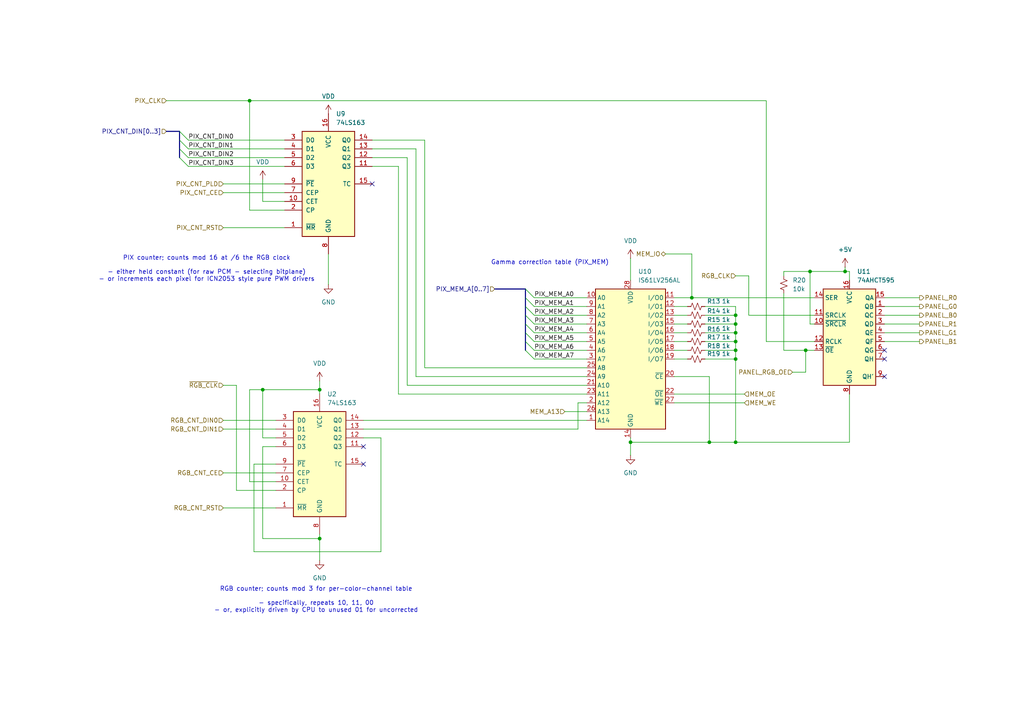
<source format=kicad_sch>
(kicad_sch (version 20231120) (generator "eeschema") (generator_version "8.0")
  (paper "A4")
  (lib_symbols
    (symbol "74xx:74AHCT595"
      (property "Reference" "U" (at -7.62 13.97 0))
      (property "Value" "74AHCT595" (at -7.62 -16.51 0))
      (symbol "74AHCT595_1_0"
        (pin tri_state line (at 10.16 7.62 180) (length 2.54) (name "QB") (number "1"))
        (pin input line (at -10.16 2.54 0) (length 2.54) (name "~{SRCLR}") (number "10"))
        (pin input line (at -10.16 5.08 0) (length 2.54) (name "SRCLK") (number "11"))
        (pin input line (at -10.16 -2.54 0) (length 2.54) (name "RCLK") (number "12"))
        (pin input line (at -10.16 -5.08 0) (length 2.54) (name "~{OE}") (number "13"))
        (pin input line (at -10.16 10.16 0) (length 2.54) (name "SER") (number "14"))
        (pin tri_state line (at 10.16 10.16 180) (length 2.54) (name "QA") (number "15"))
        (pin power_in line (at 0 15.24 270) (length 2.54) (name "VCC") (number "16"))
        (pin tri_state line (at 10.16 5.08 180) (length 2.54) (name "QC") (number "2"))
        (pin tri_state line (at 10.16 2.54 180) (length 2.54) (name "QD") (number "3"))
        (pin tri_state line (at 10.16 0 180) (length 2.54) (name "QE") (number "4"))
        (pin tri_state line (at 10.16 -2.54 180) (length 2.54) (name "QF") (number "5"))
        (pin tri_state line (at 10.16 -5.08 180) (length 2.54) (name "QG") (number "6"))
        (pin tri_state line (at 10.16 -7.62 180) (length 2.54) (name "QH") (number "7"))
        (pin power_in line (at 0 -17.78 90) (length 2.54) (name "GND") (number "8"))
        (pin output line (at 10.16 -12.7 180) (length 2.54) (name "QH'") (number "9"))
      )
      (symbol "74AHCT595_1_1"
        (rectangle (start -7.62 12.7) (end 7.62 -15.24) (stroke (width 0.254)) (fill (type background)))
      )
    )
    (symbol "74xx:74LS163" (pin_names (offset 1.016))
      (property "Reference" "U" (at -7.62 16.51 0))
      (property "Value" "74LS163" (at -7.62 -16.51 0))
      (symbol "74LS163_1_0"
        (pin input line (at -12.7 -12.7 0) (length 5.08) (name "~{MR}") (number "1"))
        (pin input line (at -12.7 -5.08 0) (length 5.08) (name "CET") (number "10"))
        (pin output line (at 12.7 5.08 180) (length 5.08) (name "Q3") (number "11"))
        (pin output line (at 12.7 7.62 180) (length 5.08) (name "Q2") (number "12"))
        (pin output line (at 12.7 10.16 180) (length 5.08) (name "Q1") (number "13"))
        (pin output line (at 12.7 12.7 180) (length 5.08) (name "Q0") (number "14"))
        (pin output line (at 12.7 0 180) (length 5.08) (name "TC") (number "15"))
        (pin power_in line (at 0 20.32 270) (length 5.08) (name "VCC") (number "16"))
        (pin input line (at -12.7 -7.62 0) (length 5.08) (name "CP") (number "2"))
        (pin input line (at -12.7 12.7 0) (length 5.08) (name "D0") (number "3"))
        (pin input line (at -12.7 10.16 0) (length 5.08) (name "D1") (number "4"))
        (pin input line (at -12.7 7.62 0) (length 5.08) (name "D2") (number "5"))
        (pin input line (at -12.7 5.08 0) (length 5.08) (name "D3") (number "6"))
        (pin input line (at -12.7 -2.54 0) (length 5.08) (name "CEP") (number "7"))
        (pin power_in line (at 0 -20.32 90) (length 5.08) (name "GND") (number "8"))
        (pin input line (at -12.7 0 0) (length 5.08) (name "~{PE}") (number "9"))
      )
      (symbol "74LS163_1_1"
        (rectangle (start -7.62 15.24) (end 7.62 -15.24) (stroke (width 0.254)) (fill (type background)))
      )
    )
    (symbol "Device:R_Small_US" (pin_numbers hide) (pin_names (offset 0.254) hide)
      (property "Reference" "R" (at 0.762 0.508 0))
      (property "Value" "R_Small_US" (at 0.762 -1.016 0))
      (symbol "R_Small_US_1_1"
        (polyline (pts (xy 0 0) (xy 1.016 -0.381) (xy 0 -0.762) (xy -1.016 -1.143) (xy 0 -1.524)))
        (polyline (pts (xy 0 1.524) (xy 1.016 1.143) (xy 0 0.762) (xy -1.016 0.381) (xy 0 0)))
        (pin passive line (at 0 2.54 270) (length 1.016) (name "~") (number "1"))
        (pin passive line (at 0 -2.54 90) (length 1.016) (name "~") (number "2"))
      )
    )
    (symbol "Memory_RAM:IS62C256AL"
      (property "Reference" "U" (at -9.144 21.844 0))
      (property "Value" "IS62C256AL" (at 8.128 21.844 0))
      (symbol "IS62C256AL_0_0"
        (pin power_in line (at 0 -22.86 90) (length 2.54) (name "GND") (number "14"))
      )
      (symbol "IS62C256AL_0_1"
        (rectangle (start -10.16 20.32) (end 10.16 -20.32) (stroke (width 0.254)) (fill (type background)))
      )
      (symbol "IS62C256AL_1_0"
        (pin power_in line (at 0 22.86 270) (length 2.54) (name "VDD") (number "28"))
      )
      (symbol "IS62C256AL_1_1"
        (pin input line (at -12.7 -17.78 0) (length 2.54) (name "A14") (number "1"))
        (pin input line (at -12.7 17.78 0) (length 2.54) (name "A0") (number "10"))
        (pin tri_state line (at 12.7 17.78 180) (length 2.54) (name "I/O0") (number "11"))
        (pin tri_state line (at 12.7 15.24 180) (length 2.54) (name "I/O1") (number "12"))
        (pin tri_state line (at 12.7 12.7 180) (length 2.54) (name "I/O2") (number "13"))
        (pin tri_state line (at 12.7 10.16 180) (length 2.54) (name "I/O3") (number "15"))
        (pin tri_state line (at 12.7 7.62 180) (length 2.54) (name "I/O4") (number "16"))
        (pin tri_state line (at 12.7 5.08 180) (length 2.54) (name "I/O5") (number "17"))
        (pin tri_state line (at 12.7 2.54 180) (length 2.54) (name "I/O6") (number "18"))
        (pin tri_state line (at 12.7 0 180) (length 2.54) (name "I/O7") (number "19"))
        (pin input line (at -12.7 -12.7 0) (length 2.54) (name "A12") (number "2"))
        (pin input line (at 12.7 -5.08 180) (length 2.54) (name "~{CE}") (number "20"))
        (pin input line (at -12.7 -7.62 0) (length 2.54) (name "A10") (number "21"))
        (pin input line (at 12.7 -10.16 180) (length 2.54) (name "~{OE}") (number "22"))
        (pin input line (at -12.7 -10.16 0) (length 2.54) (name "A11") (number "23"))
        (pin input line (at -12.7 -5.08 0) (length 2.54) (name "A9") (number "24"))
        (pin input line (at -12.7 -2.54 0) (length 2.54) (name "A8") (number "25"))
        (pin input line (at -12.7 -15.24 0) (length 2.54) (name "A13") (number "26"))
        (pin input line (at 12.7 -12.7 180) (length 2.54) (name "~{WE}") (number "27"))
        (pin input line (at -12.7 0 0) (length 2.54) (name "A7") (number "3"))
        (pin input line (at -12.7 2.54 0) (length 2.54) (name "A6") (number "4"))
        (pin input line (at -12.7 5.08 0) (length 2.54) (name "A5") (number "5"))
        (pin input line (at -12.7 7.62 0) (length 2.54) (name "A4") (number "6"))
        (pin input line (at -12.7 10.16 0) (length 2.54) (name "A3") (number "7"))
        (pin input line (at -12.7 12.7 0) (length 2.54) (name "A2") (number "8"))
        (pin input line (at -12.7 15.24 0) (length 2.54) (name "A1") (number "9"))
      )
    )
    (symbol "power:+5V" (power) (pin_numbers hide) (pin_names (offset 0) hide)
      (property "Value" "+5V" (at 0 3.556 0))
      (symbol "+5V_0_1"
        (polyline (pts (xy -0.762 1.27) (xy 0 2.54)))
        (polyline (pts (xy 0 0) (xy 0 2.54)))
        (polyline (pts (xy 0 2.54) (xy 0.762 1.27)))
      )
      (symbol "+5V_1_1"
        (pin power_in line (at 0 0 90) (length 0) (name "~") (number "1"))
      )
    )
    (symbol "power:GND" (power) (pin_numbers hide) (pin_names (offset 0) hide)
      (property "Value" "GND" (at 0 -3.81 0))
      (symbol "GND_0_1"
        (polyline (pts (xy 0 0) (xy 0 -1.27) (xy 1.27 -1.27) (xy 0 -2.54) (xy -1.27 -1.27) (xy 0 -1.27)))
      )
      (symbol "GND_1_1"
        (pin power_in line (at 0 0 270) (length 0) (name "~") (number "1"))
      )
    )
    (symbol "power:VDD" (power) (pin_numbers hide) (pin_names (offset 0) hide)
      (property "Value" "VDD" (at 0 3.556 0))
      (symbol "VDD_0_1"
        (polyline (pts (xy -0.762 1.27) (xy 0 2.54)))
        (polyline (pts (xy 0 0) (xy 0 2.54)))
        (polyline (pts (xy 0 2.54) (xy 0.762 1.27)))
      )
      (symbol "VDD_1_1"
        (pin power_in line (at 0 0 90) (length 0) (name "~") (number "1"))
      )
    )
  )
  (junction (at 200.66 86.36))
  (junction (at 213.36 104.14))
  (junction (at 213.36 101.6))
  (junction (at 92.71 113.03))
  (junction (at 205.74 128.27))
  (junction (at 92.71 156.21))
  (junction (at 233.68 101.6))
  (junction (at 182.88 128.27))
  (junction (at 76.2 113.03))
  (junction (at 213.36 93.98))
  (junction (at 213.36 96.52))
  (junction (at 245.11 78.74))
  (junction (at 72.39 29.21))
  (junction (at 213.36 91.44))
  (junction (at 234.95 78.74))
  (junction (at 213.36 99.06))
  (junction (at 213.36 128.27))
  (no_connect (at 107.95 53.34))
  (no_connect (at 256.54 104.14))
  (no_connect (at 105.41 134.62))
  (no_connect (at 256.54 109.22))
  (no_connect (at 105.41 129.54))
  (no_connect (at 256.54 101.6))
  (bus_entry (at 52.07 40.64) (size 2.54 2.54))
  (bus_entry (at 52.07 45.72) (size 2.54 2.54))
  (bus_entry (at 152.4 91.44) (size 2.54 2.54))
  (bus_entry (at 152.4 88.9) (size 2.54 2.54))
  (bus_entry (at 152.4 96.52) (size 2.54 2.54))
  (bus_entry (at 152.4 93.98) (size 2.54 2.54))
  (bus_entry (at 152.4 101.6) (size 2.54 2.54))
  (bus_entry (at 52.07 38.1) (size 2.54 2.54))
  (bus_entry (at 152.4 86.36) (size 2.54 2.54))
  (bus_entry (at 52.07 43.18) (size 2.54 2.54))
  (bus_entry (at 152.4 83.82) (size 2.54 2.54))
  (bus_entry (at 152.4 99.06) (size 2.54 2.54))
  (wire (pts (xy 236.22 93.98) (xy 234.95 93.98)))
  (wire (pts (xy 154.94 99.06) (xy 170.18 99.06)))
  (wire (pts (xy 105.41 124.46) (xy 167.64 124.46)))
  (wire (pts (xy 229.87 107.95) (xy 233.68 107.95)))
  (bus (pts (xy 152.4 86.36) (xy 152.4 88.9)))
  (wire (pts (xy 182.88 127) (xy 182.88 128.27)))
  (wire (pts (xy 107.95 40.64) (xy 123.19 40.64)))
  (wire (pts (xy 227.33 78.74) (xy 227.33 80.01)))
  (wire (pts (xy 213.36 104.14) (xy 213.36 128.27)))
  (wire (pts (xy 246.38 78.74) (xy 245.11 78.74)))
  (wire (pts (xy 246.38 78.74) (xy 246.38 81.28)))
  (wire (pts (xy 64.77 111.76) (xy 68.58 111.76)))
  (wire (pts (xy 92.71 113.03) (xy 76.2 113.03)))
  (wire (pts (xy 120.65 43.18) (xy 107.95 43.18)))
  (wire (pts (xy 204.47 101.6) (xy 213.36 101.6)))
  (wire (pts (xy 195.58 99.06) (xy 199.39 99.06)))
  (wire (pts (xy 213.36 91.44) (xy 213.36 93.98)))
  (wire (pts (xy 92.71 110.49) (xy 92.71 113.03)))
  (wire (pts (xy 222.25 29.21) (xy 222.25 99.06)))
  (wire (pts (xy 95.25 73.66) (xy 95.25 82.55)))
  (bus (pts (xy 152.4 96.52) (xy 152.4 99.06)))
  (wire (pts (xy 80.01 139.7) (xy 72.39 139.7)))
  (wire (pts (xy 72.39 113.03) (xy 76.2 113.03)))
  (wire (pts (xy 107.95 45.72) (xy 118.11 45.72)))
  (bus (pts (xy 152.4 99.06) (xy 152.4 101.6)))
  (wire (pts (xy 195.58 116.84) (xy 215.9 116.84)))
  (wire (pts (xy 213.36 128.27) (xy 205.74 128.27)))
  (wire (pts (xy 54.61 48.26) (xy 82.55 48.26)))
  (wire (pts (xy 123.19 106.68) (xy 170.18 106.68)))
  (wire (pts (xy 64.77 55.88) (xy 82.55 55.88)))
  (wire (pts (xy 54.61 43.18) (xy 82.55 43.18)))
  (wire (pts (xy 54.61 40.64) (xy 82.55 40.64)))
  (wire (pts (xy 76.2 58.42) (xy 82.55 58.42)))
  (wire (pts (xy 213.36 88.9) (xy 213.36 91.44)))
  (wire (pts (xy 154.94 86.36) (xy 170.18 86.36)))
  (bus (pts (xy 152.4 88.9) (xy 152.4 91.44)))
  (wire (pts (xy 76.2 129.54) (xy 76.2 156.21)))
  (wire (pts (xy 204.47 88.9) (xy 213.36 88.9)))
  (wire (pts (xy 167.64 124.46) (xy 167.64 116.84)))
  (wire (pts (xy 115.57 114.3) (xy 115.57 48.26)))
  (wire (pts (xy 256.54 91.44) (xy 266.7 91.44)))
  (wire (pts (xy 154.94 104.14) (xy 170.18 104.14)))
  (wire (pts (xy 233.68 101.6) (xy 227.33 101.6)))
  (wire (pts (xy 204.47 93.98) (xy 213.36 93.98)))
  (wire (pts (xy 205.74 128.27) (xy 205.74 109.22)))
  (wire (pts (xy 92.71 156.21) (xy 92.71 154.94)))
  (wire (pts (xy 76.2 113.03) (xy 76.2 127)))
  (wire (pts (xy 195.58 93.98) (xy 199.39 93.98)))
  (wire (pts (xy 222.25 99.06) (xy 236.22 99.06)))
  (wire (pts (xy 154.94 91.44) (xy 170.18 91.44)))
  (wire (pts (xy 246.38 128.27) (xy 246.38 114.3)))
  (wire (pts (xy 195.58 114.3) (xy 215.9 114.3)))
  (wire (pts (xy 154.94 101.6) (xy 170.18 101.6)))
  (wire (pts (xy 154.94 96.52) (xy 170.18 96.52)))
  (wire (pts (xy 205.74 128.27) (xy 182.88 128.27)))
  (wire (pts (xy 213.36 128.27) (xy 246.38 128.27)))
  (wire (pts (xy 76.2 127) (xy 80.01 127)))
  (bus (pts (xy 52.07 38.1) (xy 52.07 40.64)))
  (wire (pts (xy 76.2 156.21) (xy 92.71 156.21)))
  (wire (pts (xy 120.65 109.22) (xy 120.65 43.18)))
  (wire (pts (xy 213.36 80.01) (xy 217.17 80.01)))
  (wire (pts (xy 200.66 86.36) (xy 236.22 86.36)))
  (wire (pts (xy 256.54 88.9) (xy 266.7 88.9)))
  (wire (pts (xy 256.54 86.36) (xy 266.7 86.36)))
  (bus (pts (xy 52.07 40.64) (xy 52.07 43.18)))
  (wire (pts (xy 233.68 107.95) (xy 233.68 101.6)))
  (bus (pts (xy 52.07 43.18) (xy 52.07 45.72)))
  (wire (pts (xy 123.19 40.64) (xy 123.19 106.68)))
  (wire (pts (xy 227.33 78.74) (xy 234.95 78.74)))
  (wire (pts (xy 256.54 96.52) (xy 266.7 96.52)))
  (wire (pts (xy 64.77 53.34) (xy 82.55 53.34)))
  (wire (pts (xy 72.39 60.96) (xy 82.55 60.96)))
  (wire (pts (xy 68.58 111.76) (xy 68.58 142.24)))
  (wire (pts (xy 204.47 99.06) (xy 213.36 99.06)))
  (wire (pts (xy 213.36 96.52) (xy 213.36 99.06)))
  (wire (pts (xy 200.66 73.66) (xy 200.66 86.36)))
  (wire (pts (xy 76.2 129.54) (xy 80.01 129.54)))
  (wire (pts (xy 204.47 104.14) (xy 213.36 104.14)))
  (wire (pts (xy 213.36 93.98) (xy 213.36 96.52)))
  (wire (pts (xy 217.17 91.44) (xy 236.22 91.44)))
  (wire (pts (xy 204.47 96.52) (xy 213.36 96.52)))
  (wire (pts (xy 154.94 88.9) (xy 170.18 88.9)))
  (wire (pts (xy 195.58 86.36) (xy 200.66 86.36)))
  (wire (pts (xy 115.57 48.26) (xy 107.95 48.26)))
  (wire (pts (xy 195.58 91.44) (xy 199.39 91.44)))
  (wire (pts (xy 73.66 160.02) (xy 73.66 134.62)))
  (wire (pts (xy 105.41 121.92) (xy 170.18 121.92)))
  (wire (pts (xy 72.39 29.21) (xy 222.25 29.21)))
  (wire (pts (xy 163.83 119.38) (xy 170.18 119.38)))
  (wire (pts (xy 54.61 45.72) (xy 82.55 45.72)))
  (wire (pts (xy 195.58 88.9) (xy 199.39 88.9)))
  (wire (pts (xy 72.39 29.21) (xy 72.39 60.96)))
  (wire (pts (xy 195.58 101.6) (xy 199.39 101.6)))
  (bus (pts (xy 152.4 91.44) (xy 152.4 93.98)))
  (wire (pts (xy 92.71 113.03) (xy 92.71 114.3)))
  (wire (pts (xy 182.88 128.27) (xy 182.88 132.08)))
  (wire (pts (xy 227.33 85.09) (xy 227.33 101.6)))
  (wire (pts (xy 213.36 99.06) (xy 213.36 101.6)))
  (wire (pts (xy 213.36 101.6) (xy 213.36 104.14)))
  (wire (pts (xy 64.77 147.32) (xy 80.01 147.32)))
  (wire (pts (xy 76.2 52.07) (xy 76.2 58.42)))
  (wire (pts (xy 217.17 80.01) (xy 217.17 91.44)))
  (wire (pts (xy 204.47 91.44) (xy 213.36 91.44)))
  (wire (pts (xy 118.11 45.72) (xy 118.11 111.76)))
  (wire (pts (xy 256.54 99.06) (xy 266.7 99.06)))
  (wire (pts (xy 170.18 114.3) (xy 115.57 114.3)))
  (wire (pts (xy 105.41 127) (xy 110.49 127)))
  (wire (pts (xy 110.49 127) (xy 110.49 160.02)))
  (bus (pts (xy 152.4 93.98) (xy 152.4 96.52)))
  (wire (pts (xy 48.26 29.21) (xy 72.39 29.21)))
  (wire (pts (xy 68.58 142.24) (xy 80.01 142.24)))
  (wire (pts (xy 64.77 121.92) (xy 80.01 121.92)))
  (wire (pts (xy 182.88 74.93) (xy 182.88 81.28)))
  (wire (pts (xy 256.54 93.98) (xy 266.7 93.98)))
  (bus (pts (xy 152.4 83.82) (xy 152.4 86.36)))
  (bus (pts (xy 48.26 38.1) (xy 52.07 38.1)))
  (wire (pts (xy 118.11 111.76) (xy 170.18 111.76)))
  (wire (pts (xy 245.11 77.47) (xy 245.11 78.74)))
  (wire (pts (xy 73.66 134.62) (xy 80.01 134.62)))
  (bus (pts (xy 143.51 83.82) (xy 152.4 83.82)))
  (wire (pts (xy 64.77 124.46) (xy 80.01 124.46)))
  (wire (pts (xy 64.77 137.16) (xy 80.01 137.16)))
  (wire (pts (xy 72.39 139.7) (xy 72.39 113.03)))
  (wire (pts (xy 234.95 78.74) (xy 245.11 78.74)))
  (wire (pts (xy 73.66 160.02) (xy 110.49 160.02)))
  (wire (pts (xy 234.95 78.74) (xy 234.95 93.98)))
  (wire (pts (xy 233.68 101.6) (xy 236.22 101.6)))
  (wire (pts (xy 167.64 116.84) (xy 170.18 116.84)))
  (wire (pts (xy 170.18 109.22) (xy 120.65 109.22)))
  (wire (pts (xy 92.71 156.21) (xy 92.71 162.56)))
  (wire (pts (xy 64.77 66.04) (xy 82.55 66.04)))
  (wire (pts (xy 205.74 109.22) (xy 195.58 109.22)))
  (wire (pts (xy 193.04 73.66) (xy 200.66 73.66)))
  (wire (pts (xy 195.58 104.14) (xy 199.39 104.14)))
  (wire (pts (xy 154.94 93.98) (xy 170.18 93.98)))
  (wire (pts (xy 195.58 96.52) (xy 199.39 96.52)))
  (text "PIX counter; counts mod 16 at /6 the RGB clock\n\n- either held constant (for raw PCM - selecting bitplane)\n- or increments each pixel for ICN2053 style pure PWM drivers" (at 59.944 77.978 0) (effects (font (size 1.27 1.27))))
  (text "Gamma correction table (PIX_MEM)" (at 159.512 76.2 0) (effects (font (size 1.27 1.27))))
  (text "RGB counter; counts mod 3 for per-color-channel table\n\n- specifically, repeats 10, 11, 00\n- or, explicitly driven by CPU to unused 01 for uncorrected" (at 91.694 173.99 0) (effects (font (size 1.27 1.27))))
  (label "PIX_MEM_A3" (at 154.94 93.98 0))
  (label "PIX_MEM_A4" (at 154.94 96.52 0))
  (label "PIX_MEM_A5" (at 154.94 99.06 0))
  (label "PIX_CNT_DIN2" (at 54.61 45.72 0))
  (label "PIX_CNT_DIN1" (at 54.61 43.18 0))
  (label "PIX_MEM_A6" (at 154.94 101.6 0))
  (label "PIX_MEM_A1" (at 154.94 88.9 0))
  (label "PIX_MEM_A2" (at 154.94 91.44 0))
  (label "PIX_CNT_DIN3" (at 54.61 48.26 0))
  (label "PIX_MEM_A0" (at 154.94 86.36 0))
  (label "PIX_CNT_DIN0" (at 54.61 40.64 0))
  (label "PIX_MEM_A7" (at 154.94 104.14 0))
  (hierarchical_label "PANEL_B1" (shape output) (at 266.7 99.06 0))
  (hierarchical_label "PANEL_G0" (shape output) (at 266.7 88.9 0))
  (hierarchical_label "PIX_CNT_PLD" (shape input) (at 64.77 53.34 180))
  (hierarchical_label "RGB_CNT_DIN0" (shape input) (at 64.77 121.92 180))
  (hierarchical_label "PIX_CNT_CE" (shape input) (at 64.77 55.88 180))
  (hierarchical_label "MEM_A13" (shape input) (at 163.83 119.38 180))
  (hierarchical_label "PANEL_R0" (shape output) (at 266.7 86.36 0))
  (hierarchical_label "RGB_CNT_DIN1" (shape input) (at 64.77 124.46 180))
  (hierarchical_label "PANEL_G1" (shape output) (at 266.7 96.52 0))
  (hierarchical_label "RGB_CNT_CE" (shape input) (at 64.77 137.16 180))
  (hierarchical_label "MEM_IO" (shape bidirectional) (at 193.04 73.66 180))
  (hierarchical_label "RGB_CLK" (shape input) (at 213.36 80.01 180))
  (hierarchical_label "RGB_CNT_RST" (shape input) (at 64.77 147.32 180))
  (hierarchical_label "~{RGB_CLK}" (shape input) (at 64.77 111.76 180))
  (hierarchical_label "PIX_CLK" (shape input) (at 48.26 29.21 180))
  (hierarchical_label "MEM_WE" (shape input) (at 215.9 116.84 0))
  (hierarchical_label "PANEL_RGB_OE" (shape input) (at 229.87 107.95 180))
  (hierarchical_label "PIX_CNT_DIN[0..3]" (shape input) (at 48.26 38.1 180))
  (hierarchical_label "PANEL_R1" (shape output) (at 266.7 93.98 0))
  (hierarchical_label "PIX_MEM_A[0..7]" (shape input) (at 143.51 83.82 180))
  (hierarchical_label "PANEL_B0" (shape output) (at 266.7 91.44 0))
  (hierarchical_label "PIX_CNT_RST" (shape input) (at 64.77 66.04 180))
  (hierarchical_label "MEM_OE" (shape input) (at 215.9 114.3 0))
  (symbol (lib_id "Memory_RAM:IS62C256AL") (at 182.88 104.14 0) (unit 1)
    (property "Reference" "U10" (at 185.0741 78.74 0) (effects (justify left)))
    (property "Value" "IS61LV256AL" (at 185.0741 81.28 0) (effects (justify left)))
    (property "Footprint" "Package_SO:SOP-28_8.4x18.16mm_P1.27mm" (effects (hide yes)))
    (property "Datasheet" "https://www.issi.com/WW/pdf/62-65C256AL.pdf" (effects (hide yes)))
    (property "Description" "32Kx8 bit Low Power CMOS Static RAM, 25/45ns" (effects (hide yes)))
  )
  (symbol (lib_id "74xx:74LS163") (at 92.71 134.62 0) (unit 1)
    (property "Reference" "U2" (at 94.9041 114.3 0) (effects (justify left)))
    (property "Value" "74LS163" (at 94.9041 116.84 0) (effects (justify left)))
    (property "Datasheet" "http://www.ti.com/lit/gpn/sn74LS163" (effects (hide yes)))
    (property "Description" "Synchronous 4-bit programmable binary Counter" (effects (hide yes)))
  )
  (symbol (lib_id "Device:R_Small_US") (at 201.93 101.6 90) (unit 1)
    (property "Reference" "R18" (at 207.01 100.33 90))
    (property "Value" "1k" (at 210.566 100.33 90))
    (property "Description" "Resistor, small US symbol" (effects (hide yes)))
  )
  (symbol (lib_id "Device:R_Small_US") (at 201.93 93.98 90) (unit 1)
    (property "Reference" "R15" (at 207.01 92.71 90))
    (property "Value" "1k" (at 210.566 92.71 90))
    (property "Description" "Resistor, small US symbol" (effects (hide yes)))
  )
  (symbol (lib_id "Device:R_Small_US") (at 201.93 104.14 90) (unit 1)
    (property "Reference" "R19" (at 207.01 102.616 90))
    (property "Value" "1k" (at 210.566 102.616 90))
    (property "Description" "Resistor, small US symbol" (effects (hide yes)))
  )
  (symbol (lib_id "74xx:74LS163") (at 95.25 53.34 0) (unit 1)
    (property "Reference" "U9" (at 97.4441 33.02 0) (effects (justify left)))
    (property "Value" "74LS163" (at 97.4441 35.56 0) (effects (justify left)))
    (property "Datasheet" "http://www.ti.com/lit/gpn/sn74LS163" (effects (hide yes)))
    (property "Description" "Synchronous 4-bit programmable binary Counter" (effects (hide yes)))
  )
  (symbol (lib_id "74xx:74AHCT595") (at 246.38 96.52 0) (unit 1)
    (property "Reference" "U11" (at 248.5741 78.74 0) (effects (justify left)))
    (property "Value" "74AHCT595" (at 248.5741 81.28 0) (effects (justify left)))
    (property "Datasheet" "https://assets.nexperia.com/documents/data-sheet/74AHC_AHCT595.pdf" (effects (hide yes)))
    (property "Description" "8-bit serial in/out Shift Register 3-State Outputs" (effects (hide yes)))
  )
  (symbol (lib_id "power:VDD") (at 92.71 110.49 0) (unit 1)
    (property "Reference" "#PWR18" (effects (hide yes)))
    (property "Value" "VDD" (at 92.71 105.41 0))
    (property "Description" "Power symbol creates a global label with name \"VDD\"" (effects (hide yes)))
  )
  (symbol (lib_id "power:VDD") (at 76.2 52.07 0) (unit 1)
    (property "Reference" "#PWR2" (effects (hide yes)))
    (property "Value" "VDD" (at 76.2 46.99 0))
    (property "Description" "Power symbol creates a global label with name \"VDD\"" (effects (hide yes)))
  )
  (symbol (lib_id "power:+5V") (at 245.11 77.47 0) (unit 1)
    (property "Reference" "#PWR27" (effects (hide yes)))
    (property "Value" "+5V" (at 245.11 72.39 0))
    (property "Description" "Power symbol creates a global label with name \"+5V\"" (effects (hide yes)))
  )
  (symbol (lib_id "Device:R_Small_US") (at 201.93 99.06 90) (unit 1)
    (property "Reference" "R17" (at 207.01 97.79 90))
    (property "Value" "1k" (at 210.566 97.79 90))
    (property "Description" "Resistor, small US symbol" (effects (hide yes)))
  )
  (symbol (lib_id "Device:R_Small_US") (at 201.93 91.44 90) (unit 1)
    (property "Reference" "R14" (at 207.01 90.17 90))
    (property "Value" "1k" (at 210.566 90.17 90))
    (property "Description" "Resistor, small US symbol" (effects (hide yes)))
  )
  (symbol (lib_id "power:GND") (at 92.71 162.56 0) (unit 1)
    (property "Reference" "#PWR19" (effects (hide yes)))
    (property "Value" "GND" (at 92.71 167.64 0))
    (property "Description" "Power symbol creates a global label with name \"GND\" , ground" (effects (hide yes)))
  )
  (symbol (lib_id "Device:R_Small_US") (at 201.93 96.52 90) (unit 1)
    (property "Reference" "R16" (at 207.01 95.504 90))
    (property "Value" "1k" (at 210.566 95.25 90))
    (property "Description" "Resistor, small US symbol" (effects (hide yes)))
  )
  (symbol (lib_id "power:GND") (at 95.25 82.55 0) (unit 1)
    (property "Reference" "#PWR24" (effects (hide yes)))
    (property "Value" "GND" (at 95.25 87.63 0))
    (property "Description" "Power symbol creates a global label with name \"GND\" , ground" (effects (hide yes)))
  )
  (symbol (lib_id "power:GND") (at 182.88 132.08 0) (unit 1)
    (property "Reference" "#PWR26" (effects (hide yes)))
    (property "Value" "GND" (at 182.88 137.16 0))
    (property "Description" "Power symbol creates a global label with name \"GND\" , ground" (effects (hide yes)))
  )
  (symbol (lib_id "power:VDD") (at 95.25 33.02 0) (unit 1)
    (property "Reference" "#PWR20" (effects (hide yes)))
    (property "Value" "VDD" (at 95.25 27.94 0))
    (property "Description" "Power symbol creates a global label with name \"VDD\"" (effects (hide yes)))
  )
  (symbol (lib_id "Device:R_Small_US") (at 201.93 88.9 90) (unit 1)
    (property "Reference" "R13" (at 207.01 87.376 90))
    (property "Value" "1k" (at 210.566 87.376 90))
    (property "Description" "Resistor, small US symbol" (effects (hide yes)))
  )
  (symbol (lib_id "power:VDD") (at 182.88 74.93 0) (unit 1)
    (property "Reference" "#PWR25" (effects (hide yes)))
    (property "Value" "VDD" (at 182.88 69.85 0))
    (property "Description" "Power symbol creates a global label with name \"VDD\"" (effects (hide yes)))
  )
  (symbol (lib_id "Device:R_Small_US") (at 227.33 82.55 0) (unit 1)
    (property "Reference" "R20" (at 229.87 81.2799 0) (effects (justify left)))
    (property "Value" "10k" (at 229.87 83.8199 0) (effects (justify left)))
    (property "Description" "Resistor, small US symbol" (effects (hide yes)))
  )
)
</source>
